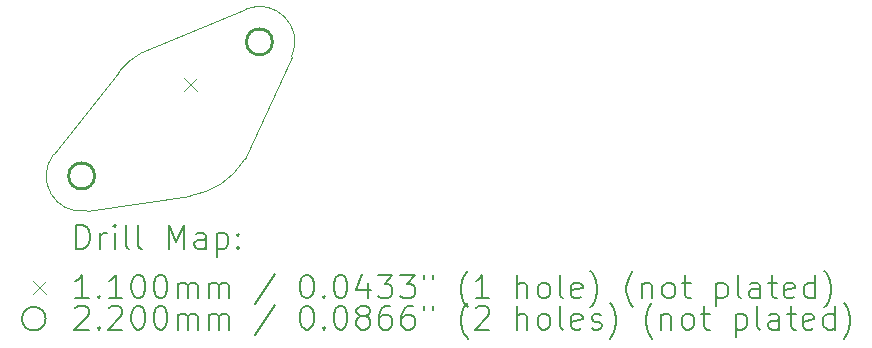
<source format=gbr>
%TF.GenerationSoftware,KiCad,Pcbnew,7.0.5*%
%TF.CreationDate,2023-06-18T14:42:30+02:00*%
%TF.ProjectId,RH_RKJXM1015004_FacePlateTilted,52485f52-4b4a-4584-9d31-303135303034,rev?*%
%TF.SameCoordinates,Original*%
%TF.FileFunction,Drillmap*%
%TF.FilePolarity,Positive*%
%FSLAX45Y45*%
G04 Gerber Fmt 4.5, Leading zero omitted, Abs format (unit mm)*
G04 Created by KiCad (PCBNEW 7.0.5) date 2023-06-18 14:42:30*
%MOMM*%
%LPD*%
G01*
G04 APERTURE LIST*
%ADD10C,0.100000*%
%ADD11C,0.200000*%
%ADD12C,0.110000*%
%ADD13C,0.220000*%
G04 APERTURE END LIST*
D10*
X5294813Y-6342900D02*
G75*
G03*
X5756987Y-6035007I-94753J643060D01*
G01*
X5767662Y-4762669D02*
X4889923Y-5128602D01*
X4142173Y-5988571D02*
G75*
G03*
X4421070Y-6471635I235167J-186269D01*
G01*
X6155834Y-5164534D02*
G75*
G03*
X5767662Y-4762669I-272735J124964D01*
G01*
X4889923Y-5128600D02*
G75*
G03*
X4690535Y-5296256I310147J-571240D01*
G01*
X6155836Y-5164535D02*
X5756987Y-6035007D01*
X4142172Y-5988570D02*
X4690535Y-5296256D01*
X4421070Y-6471635D02*
X5294813Y-6342897D01*
D11*
D12*
X5245000Y-5345000D02*
X5355000Y-5455000D01*
X5355000Y-5345000D02*
X5245000Y-5455000D01*
D13*
X4487276Y-6175000D02*
G75*
G03*
X4487276Y-6175000I-110000J0D01*
G01*
X5993100Y-5039570D02*
G75*
G03*
X5993100Y-5039570I-110000J0D01*
G01*
D11*
X4333117Y-6791323D02*
X4333117Y-6591323D01*
X4333117Y-6591323D02*
X4380736Y-6591323D01*
X4380736Y-6591323D02*
X4409308Y-6600847D01*
X4409308Y-6600847D02*
X4428355Y-6619895D01*
X4428355Y-6619895D02*
X4437879Y-6638942D01*
X4437879Y-6638942D02*
X4447403Y-6677037D01*
X4447403Y-6677037D02*
X4447403Y-6705609D01*
X4447403Y-6705609D02*
X4437879Y-6743704D01*
X4437879Y-6743704D02*
X4428355Y-6762752D01*
X4428355Y-6762752D02*
X4409308Y-6781799D01*
X4409308Y-6781799D02*
X4380736Y-6791323D01*
X4380736Y-6791323D02*
X4333117Y-6791323D01*
X4533117Y-6791323D02*
X4533117Y-6657990D01*
X4533117Y-6696085D02*
X4542641Y-6677037D01*
X4542641Y-6677037D02*
X4552165Y-6667514D01*
X4552165Y-6667514D02*
X4571213Y-6657990D01*
X4571213Y-6657990D02*
X4590260Y-6657990D01*
X4656927Y-6791323D02*
X4656927Y-6657990D01*
X4656927Y-6591323D02*
X4647403Y-6600847D01*
X4647403Y-6600847D02*
X4656927Y-6610371D01*
X4656927Y-6610371D02*
X4666451Y-6600847D01*
X4666451Y-6600847D02*
X4656927Y-6591323D01*
X4656927Y-6591323D02*
X4656927Y-6610371D01*
X4780736Y-6791323D02*
X4761689Y-6781799D01*
X4761689Y-6781799D02*
X4752165Y-6762752D01*
X4752165Y-6762752D02*
X4752165Y-6591323D01*
X4885498Y-6791323D02*
X4866451Y-6781799D01*
X4866451Y-6781799D02*
X4856927Y-6762752D01*
X4856927Y-6762752D02*
X4856927Y-6591323D01*
X5114070Y-6791323D02*
X5114070Y-6591323D01*
X5114070Y-6591323D02*
X5180736Y-6734180D01*
X5180736Y-6734180D02*
X5247403Y-6591323D01*
X5247403Y-6591323D02*
X5247403Y-6791323D01*
X5428355Y-6791323D02*
X5428355Y-6686561D01*
X5428355Y-6686561D02*
X5418832Y-6667514D01*
X5418832Y-6667514D02*
X5399784Y-6657990D01*
X5399784Y-6657990D02*
X5361689Y-6657990D01*
X5361689Y-6657990D02*
X5342641Y-6667514D01*
X5428355Y-6781799D02*
X5409308Y-6791323D01*
X5409308Y-6791323D02*
X5361689Y-6791323D01*
X5361689Y-6791323D02*
X5342641Y-6781799D01*
X5342641Y-6781799D02*
X5333117Y-6762752D01*
X5333117Y-6762752D02*
X5333117Y-6743704D01*
X5333117Y-6743704D02*
X5342641Y-6724657D01*
X5342641Y-6724657D02*
X5361689Y-6715133D01*
X5361689Y-6715133D02*
X5409308Y-6715133D01*
X5409308Y-6715133D02*
X5428355Y-6705609D01*
X5523594Y-6657990D02*
X5523594Y-6857990D01*
X5523594Y-6667514D02*
X5542641Y-6657990D01*
X5542641Y-6657990D02*
X5580736Y-6657990D01*
X5580736Y-6657990D02*
X5599784Y-6667514D01*
X5599784Y-6667514D02*
X5609308Y-6677037D01*
X5609308Y-6677037D02*
X5618832Y-6696085D01*
X5618832Y-6696085D02*
X5618832Y-6753228D01*
X5618832Y-6753228D02*
X5609308Y-6772276D01*
X5609308Y-6772276D02*
X5599784Y-6781799D01*
X5599784Y-6781799D02*
X5580736Y-6791323D01*
X5580736Y-6791323D02*
X5542641Y-6791323D01*
X5542641Y-6791323D02*
X5523594Y-6781799D01*
X5704546Y-6772276D02*
X5714070Y-6781799D01*
X5714070Y-6781799D02*
X5704546Y-6791323D01*
X5704546Y-6791323D02*
X5695022Y-6781799D01*
X5695022Y-6781799D02*
X5704546Y-6772276D01*
X5704546Y-6772276D02*
X5704546Y-6791323D01*
X5704546Y-6667514D02*
X5714070Y-6677037D01*
X5714070Y-6677037D02*
X5704546Y-6686561D01*
X5704546Y-6686561D02*
X5695022Y-6677037D01*
X5695022Y-6677037D02*
X5704546Y-6667514D01*
X5704546Y-6667514D02*
X5704546Y-6686561D01*
D12*
X3962340Y-7064839D02*
X4072340Y-7174839D01*
X4072340Y-7064839D02*
X3962340Y-7174839D01*
D11*
X4437879Y-7211323D02*
X4323594Y-7211323D01*
X4380736Y-7211323D02*
X4380736Y-7011323D01*
X4380736Y-7011323D02*
X4361689Y-7039895D01*
X4361689Y-7039895D02*
X4342641Y-7058942D01*
X4342641Y-7058942D02*
X4323594Y-7068466D01*
X4523594Y-7192276D02*
X4533117Y-7201799D01*
X4533117Y-7201799D02*
X4523594Y-7211323D01*
X4523594Y-7211323D02*
X4514070Y-7201799D01*
X4514070Y-7201799D02*
X4523594Y-7192276D01*
X4523594Y-7192276D02*
X4523594Y-7211323D01*
X4723594Y-7211323D02*
X4609308Y-7211323D01*
X4666451Y-7211323D02*
X4666451Y-7011323D01*
X4666451Y-7011323D02*
X4647403Y-7039895D01*
X4647403Y-7039895D02*
X4628355Y-7058942D01*
X4628355Y-7058942D02*
X4609308Y-7068466D01*
X4847403Y-7011323D02*
X4866451Y-7011323D01*
X4866451Y-7011323D02*
X4885498Y-7020847D01*
X4885498Y-7020847D02*
X4895022Y-7030371D01*
X4895022Y-7030371D02*
X4904546Y-7049418D01*
X4904546Y-7049418D02*
X4914070Y-7087514D01*
X4914070Y-7087514D02*
X4914070Y-7135133D01*
X4914070Y-7135133D02*
X4904546Y-7173228D01*
X4904546Y-7173228D02*
X4895022Y-7192276D01*
X4895022Y-7192276D02*
X4885498Y-7201799D01*
X4885498Y-7201799D02*
X4866451Y-7211323D01*
X4866451Y-7211323D02*
X4847403Y-7211323D01*
X4847403Y-7211323D02*
X4828355Y-7201799D01*
X4828355Y-7201799D02*
X4818832Y-7192276D01*
X4818832Y-7192276D02*
X4809308Y-7173228D01*
X4809308Y-7173228D02*
X4799784Y-7135133D01*
X4799784Y-7135133D02*
X4799784Y-7087514D01*
X4799784Y-7087514D02*
X4809308Y-7049418D01*
X4809308Y-7049418D02*
X4818832Y-7030371D01*
X4818832Y-7030371D02*
X4828355Y-7020847D01*
X4828355Y-7020847D02*
X4847403Y-7011323D01*
X5037879Y-7011323D02*
X5056927Y-7011323D01*
X5056927Y-7011323D02*
X5075975Y-7020847D01*
X5075975Y-7020847D02*
X5085498Y-7030371D01*
X5085498Y-7030371D02*
X5095022Y-7049418D01*
X5095022Y-7049418D02*
X5104546Y-7087514D01*
X5104546Y-7087514D02*
X5104546Y-7135133D01*
X5104546Y-7135133D02*
X5095022Y-7173228D01*
X5095022Y-7173228D02*
X5085498Y-7192276D01*
X5085498Y-7192276D02*
X5075975Y-7201799D01*
X5075975Y-7201799D02*
X5056927Y-7211323D01*
X5056927Y-7211323D02*
X5037879Y-7211323D01*
X5037879Y-7211323D02*
X5018832Y-7201799D01*
X5018832Y-7201799D02*
X5009308Y-7192276D01*
X5009308Y-7192276D02*
X4999784Y-7173228D01*
X4999784Y-7173228D02*
X4990260Y-7135133D01*
X4990260Y-7135133D02*
X4990260Y-7087514D01*
X4990260Y-7087514D02*
X4999784Y-7049418D01*
X4999784Y-7049418D02*
X5009308Y-7030371D01*
X5009308Y-7030371D02*
X5018832Y-7020847D01*
X5018832Y-7020847D02*
X5037879Y-7011323D01*
X5190260Y-7211323D02*
X5190260Y-7077990D01*
X5190260Y-7097037D02*
X5199784Y-7087514D01*
X5199784Y-7087514D02*
X5218832Y-7077990D01*
X5218832Y-7077990D02*
X5247403Y-7077990D01*
X5247403Y-7077990D02*
X5266451Y-7087514D01*
X5266451Y-7087514D02*
X5275975Y-7106561D01*
X5275975Y-7106561D02*
X5275975Y-7211323D01*
X5275975Y-7106561D02*
X5285498Y-7087514D01*
X5285498Y-7087514D02*
X5304546Y-7077990D01*
X5304546Y-7077990D02*
X5333117Y-7077990D01*
X5333117Y-7077990D02*
X5352165Y-7087514D01*
X5352165Y-7087514D02*
X5361689Y-7106561D01*
X5361689Y-7106561D02*
X5361689Y-7211323D01*
X5456927Y-7211323D02*
X5456927Y-7077990D01*
X5456927Y-7097037D02*
X5466451Y-7087514D01*
X5466451Y-7087514D02*
X5485498Y-7077990D01*
X5485498Y-7077990D02*
X5514070Y-7077990D01*
X5514070Y-7077990D02*
X5533117Y-7087514D01*
X5533117Y-7087514D02*
X5542641Y-7106561D01*
X5542641Y-7106561D02*
X5542641Y-7211323D01*
X5542641Y-7106561D02*
X5552165Y-7087514D01*
X5552165Y-7087514D02*
X5571213Y-7077990D01*
X5571213Y-7077990D02*
X5599784Y-7077990D01*
X5599784Y-7077990D02*
X5618832Y-7087514D01*
X5618832Y-7087514D02*
X5628355Y-7106561D01*
X5628355Y-7106561D02*
X5628355Y-7211323D01*
X6018832Y-7001799D02*
X5847403Y-7258942D01*
X6275975Y-7011323D02*
X6295022Y-7011323D01*
X6295022Y-7011323D02*
X6314070Y-7020847D01*
X6314070Y-7020847D02*
X6323594Y-7030371D01*
X6323594Y-7030371D02*
X6333117Y-7049418D01*
X6333117Y-7049418D02*
X6342641Y-7087514D01*
X6342641Y-7087514D02*
X6342641Y-7135133D01*
X6342641Y-7135133D02*
X6333117Y-7173228D01*
X6333117Y-7173228D02*
X6323594Y-7192276D01*
X6323594Y-7192276D02*
X6314070Y-7201799D01*
X6314070Y-7201799D02*
X6295022Y-7211323D01*
X6295022Y-7211323D02*
X6275975Y-7211323D01*
X6275975Y-7211323D02*
X6256927Y-7201799D01*
X6256927Y-7201799D02*
X6247403Y-7192276D01*
X6247403Y-7192276D02*
X6237879Y-7173228D01*
X6237879Y-7173228D02*
X6228356Y-7135133D01*
X6228356Y-7135133D02*
X6228356Y-7087514D01*
X6228356Y-7087514D02*
X6237879Y-7049418D01*
X6237879Y-7049418D02*
X6247403Y-7030371D01*
X6247403Y-7030371D02*
X6256927Y-7020847D01*
X6256927Y-7020847D02*
X6275975Y-7011323D01*
X6428356Y-7192276D02*
X6437879Y-7201799D01*
X6437879Y-7201799D02*
X6428356Y-7211323D01*
X6428356Y-7211323D02*
X6418832Y-7201799D01*
X6418832Y-7201799D02*
X6428356Y-7192276D01*
X6428356Y-7192276D02*
X6428356Y-7211323D01*
X6561689Y-7011323D02*
X6580737Y-7011323D01*
X6580737Y-7011323D02*
X6599784Y-7020847D01*
X6599784Y-7020847D02*
X6609308Y-7030371D01*
X6609308Y-7030371D02*
X6618832Y-7049418D01*
X6618832Y-7049418D02*
X6628356Y-7087514D01*
X6628356Y-7087514D02*
X6628356Y-7135133D01*
X6628356Y-7135133D02*
X6618832Y-7173228D01*
X6618832Y-7173228D02*
X6609308Y-7192276D01*
X6609308Y-7192276D02*
X6599784Y-7201799D01*
X6599784Y-7201799D02*
X6580737Y-7211323D01*
X6580737Y-7211323D02*
X6561689Y-7211323D01*
X6561689Y-7211323D02*
X6542641Y-7201799D01*
X6542641Y-7201799D02*
X6533117Y-7192276D01*
X6533117Y-7192276D02*
X6523594Y-7173228D01*
X6523594Y-7173228D02*
X6514070Y-7135133D01*
X6514070Y-7135133D02*
X6514070Y-7087514D01*
X6514070Y-7087514D02*
X6523594Y-7049418D01*
X6523594Y-7049418D02*
X6533117Y-7030371D01*
X6533117Y-7030371D02*
X6542641Y-7020847D01*
X6542641Y-7020847D02*
X6561689Y-7011323D01*
X6799784Y-7077990D02*
X6799784Y-7211323D01*
X6752165Y-7001799D02*
X6704546Y-7144657D01*
X6704546Y-7144657D02*
X6828356Y-7144657D01*
X6885498Y-7011323D02*
X7009308Y-7011323D01*
X7009308Y-7011323D02*
X6942641Y-7087514D01*
X6942641Y-7087514D02*
X6971213Y-7087514D01*
X6971213Y-7087514D02*
X6990260Y-7097037D01*
X6990260Y-7097037D02*
X6999784Y-7106561D01*
X6999784Y-7106561D02*
X7009308Y-7125609D01*
X7009308Y-7125609D02*
X7009308Y-7173228D01*
X7009308Y-7173228D02*
X6999784Y-7192276D01*
X6999784Y-7192276D02*
X6990260Y-7201799D01*
X6990260Y-7201799D02*
X6971213Y-7211323D01*
X6971213Y-7211323D02*
X6914070Y-7211323D01*
X6914070Y-7211323D02*
X6895022Y-7201799D01*
X6895022Y-7201799D02*
X6885498Y-7192276D01*
X7075975Y-7011323D02*
X7199784Y-7011323D01*
X7199784Y-7011323D02*
X7133117Y-7087514D01*
X7133117Y-7087514D02*
X7161689Y-7087514D01*
X7161689Y-7087514D02*
X7180737Y-7097037D01*
X7180737Y-7097037D02*
X7190260Y-7106561D01*
X7190260Y-7106561D02*
X7199784Y-7125609D01*
X7199784Y-7125609D02*
X7199784Y-7173228D01*
X7199784Y-7173228D02*
X7190260Y-7192276D01*
X7190260Y-7192276D02*
X7180737Y-7201799D01*
X7180737Y-7201799D02*
X7161689Y-7211323D01*
X7161689Y-7211323D02*
X7104546Y-7211323D01*
X7104546Y-7211323D02*
X7085498Y-7201799D01*
X7085498Y-7201799D02*
X7075975Y-7192276D01*
X7275975Y-7011323D02*
X7275975Y-7049418D01*
X7352165Y-7011323D02*
X7352165Y-7049418D01*
X7647403Y-7287514D02*
X7637879Y-7277990D01*
X7637879Y-7277990D02*
X7618832Y-7249418D01*
X7618832Y-7249418D02*
X7609308Y-7230371D01*
X7609308Y-7230371D02*
X7599784Y-7201799D01*
X7599784Y-7201799D02*
X7590260Y-7154180D01*
X7590260Y-7154180D02*
X7590260Y-7116085D01*
X7590260Y-7116085D02*
X7599784Y-7068466D01*
X7599784Y-7068466D02*
X7609308Y-7039895D01*
X7609308Y-7039895D02*
X7618832Y-7020847D01*
X7618832Y-7020847D02*
X7637879Y-6992276D01*
X7637879Y-6992276D02*
X7647403Y-6982752D01*
X7828356Y-7211323D02*
X7714070Y-7211323D01*
X7771213Y-7211323D02*
X7771213Y-7011323D01*
X7771213Y-7011323D02*
X7752165Y-7039895D01*
X7752165Y-7039895D02*
X7733118Y-7058942D01*
X7733118Y-7058942D02*
X7714070Y-7068466D01*
X8066451Y-7211323D02*
X8066451Y-7011323D01*
X8152165Y-7211323D02*
X8152165Y-7106561D01*
X8152165Y-7106561D02*
X8142641Y-7087514D01*
X8142641Y-7087514D02*
X8123594Y-7077990D01*
X8123594Y-7077990D02*
X8095022Y-7077990D01*
X8095022Y-7077990D02*
X8075975Y-7087514D01*
X8075975Y-7087514D02*
X8066451Y-7097037D01*
X8275975Y-7211323D02*
X8256927Y-7201799D01*
X8256927Y-7201799D02*
X8247403Y-7192276D01*
X8247403Y-7192276D02*
X8237880Y-7173228D01*
X8237880Y-7173228D02*
X8237880Y-7116085D01*
X8237880Y-7116085D02*
X8247403Y-7097037D01*
X8247403Y-7097037D02*
X8256927Y-7087514D01*
X8256927Y-7087514D02*
X8275975Y-7077990D01*
X8275975Y-7077990D02*
X8304546Y-7077990D01*
X8304546Y-7077990D02*
X8323594Y-7087514D01*
X8323594Y-7087514D02*
X8333118Y-7097037D01*
X8333118Y-7097037D02*
X8342641Y-7116085D01*
X8342641Y-7116085D02*
X8342641Y-7173228D01*
X8342641Y-7173228D02*
X8333118Y-7192276D01*
X8333118Y-7192276D02*
X8323594Y-7201799D01*
X8323594Y-7201799D02*
X8304546Y-7211323D01*
X8304546Y-7211323D02*
X8275975Y-7211323D01*
X8456927Y-7211323D02*
X8437880Y-7201799D01*
X8437880Y-7201799D02*
X8428356Y-7182752D01*
X8428356Y-7182752D02*
X8428356Y-7011323D01*
X8609308Y-7201799D02*
X8590261Y-7211323D01*
X8590261Y-7211323D02*
X8552165Y-7211323D01*
X8552165Y-7211323D02*
X8533118Y-7201799D01*
X8533118Y-7201799D02*
X8523594Y-7182752D01*
X8523594Y-7182752D02*
X8523594Y-7106561D01*
X8523594Y-7106561D02*
X8533118Y-7087514D01*
X8533118Y-7087514D02*
X8552165Y-7077990D01*
X8552165Y-7077990D02*
X8590261Y-7077990D01*
X8590261Y-7077990D02*
X8609308Y-7087514D01*
X8609308Y-7087514D02*
X8618832Y-7106561D01*
X8618832Y-7106561D02*
X8618832Y-7125609D01*
X8618832Y-7125609D02*
X8523594Y-7144657D01*
X8685499Y-7287514D02*
X8695023Y-7277990D01*
X8695023Y-7277990D02*
X8714070Y-7249418D01*
X8714070Y-7249418D02*
X8723594Y-7230371D01*
X8723594Y-7230371D02*
X8733118Y-7201799D01*
X8733118Y-7201799D02*
X8742642Y-7154180D01*
X8742642Y-7154180D02*
X8742642Y-7116085D01*
X8742642Y-7116085D02*
X8733118Y-7068466D01*
X8733118Y-7068466D02*
X8723594Y-7039895D01*
X8723594Y-7039895D02*
X8714070Y-7020847D01*
X8714070Y-7020847D02*
X8695023Y-6992276D01*
X8695023Y-6992276D02*
X8685499Y-6982752D01*
X9047404Y-7287514D02*
X9037880Y-7277990D01*
X9037880Y-7277990D02*
X9018832Y-7249418D01*
X9018832Y-7249418D02*
X9009308Y-7230371D01*
X9009308Y-7230371D02*
X8999784Y-7201799D01*
X8999784Y-7201799D02*
X8990261Y-7154180D01*
X8990261Y-7154180D02*
X8990261Y-7116085D01*
X8990261Y-7116085D02*
X8999784Y-7068466D01*
X8999784Y-7068466D02*
X9009308Y-7039895D01*
X9009308Y-7039895D02*
X9018832Y-7020847D01*
X9018832Y-7020847D02*
X9037880Y-6992276D01*
X9037880Y-6992276D02*
X9047404Y-6982752D01*
X9123594Y-7077990D02*
X9123594Y-7211323D01*
X9123594Y-7097037D02*
X9133118Y-7087514D01*
X9133118Y-7087514D02*
X9152165Y-7077990D01*
X9152165Y-7077990D02*
X9180737Y-7077990D01*
X9180737Y-7077990D02*
X9199784Y-7087514D01*
X9199784Y-7087514D02*
X9209308Y-7106561D01*
X9209308Y-7106561D02*
X9209308Y-7211323D01*
X9333118Y-7211323D02*
X9314070Y-7201799D01*
X9314070Y-7201799D02*
X9304546Y-7192276D01*
X9304546Y-7192276D02*
X9295023Y-7173228D01*
X9295023Y-7173228D02*
X9295023Y-7116085D01*
X9295023Y-7116085D02*
X9304546Y-7097037D01*
X9304546Y-7097037D02*
X9314070Y-7087514D01*
X9314070Y-7087514D02*
X9333118Y-7077990D01*
X9333118Y-7077990D02*
X9361689Y-7077990D01*
X9361689Y-7077990D02*
X9380737Y-7087514D01*
X9380737Y-7087514D02*
X9390261Y-7097037D01*
X9390261Y-7097037D02*
X9399784Y-7116085D01*
X9399784Y-7116085D02*
X9399784Y-7173228D01*
X9399784Y-7173228D02*
X9390261Y-7192276D01*
X9390261Y-7192276D02*
X9380737Y-7201799D01*
X9380737Y-7201799D02*
X9361689Y-7211323D01*
X9361689Y-7211323D02*
X9333118Y-7211323D01*
X9456927Y-7077990D02*
X9533118Y-7077990D01*
X9485499Y-7011323D02*
X9485499Y-7182752D01*
X9485499Y-7182752D02*
X9495023Y-7201799D01*
X9495023Y-7201799D02*
X9514070Y-7211323D01*
X9514070Y-7211323D02*
X9533118Y-7211323D01*
X9752165Y-7077990D02*
X9752165Y-7277990D01*
X9752165Y-7087514D02*
X9771213Y-7077990D01*
X9771213Y-7077990D02*
X9809308Y-7077990D01*
X9809308Y-7077990D02*
X9828356Y-7087514D01*
X9828356Y-7087514D02*
X9837880Y-7097037D01*
X9837880Y-7097037D02*
X9847404Y-7116085D01*
X9847404Y-7116085D02*
X9847404Y-7173228D01*
X9847404Y-7173228D02*
X9837880Y-7192276D01*
X9837880Y-7192276D02*
X9828356Y-7201799D01*
X9828356Y-7201799D02*
X9809308Y-7211323D01*
X9809308Y-7211323D02*
X9771213Y-7211323D01*
X9771213Y-7211323D02*
X9752165Y-7201799D01*
X9961689Y-7211323D02*
X9942642Y-7201799D01*
X9942642Y-7201799D02*
X9933118Y-7182752D01*
X9933118Y-7182752D02*
X9933118Y-7011323D01*
X10123594Y-7211323D02*
X10123594Y-7106561D01*
X10123594Y-7106561D02*
X10114070Y-7087514D01*
X10114070Y-7087514D02*
X10095023Y-7077990D01*
X10095023Y-7077990D02*
X10056927Y-7077990D01*
X10056927Y-7077990D02*
X10037880Y-7087514D01*
X10123594Y-7201799D02*
X10104546Y-7211323D01*
X10104546Y-7211323D02*
X10056927Y-7211323D01*
X10056927Y-7211323D02*
X10037880Y-7201799D01*
X10037880Y-7201799D02*
X10028356Y-7182752D01*
X10028356Y-7182752D02*
X10028356Y-7163704D01*
X10028356Y-7163704D02*
X10037880Y-7144657D01*
X10037880Y-7144657D02*
X10056927Y-7135133D01*
X10056927Y-7135133D02*
X10104546Y-7135133D01*
X10104546Y-7135133D02*
X10123594Y-7125609D01*
X10190261Y-7077990D02*
X10266451Y-7077990D01*
X10218832Y-7011323D02*
X10218832Y-7182752D01*
X10218832Y-7182752D02*
X10228356Y-7201799D01*
X10228356Y-7201799D02*
X10247404Y-7211323D01*
X10247404Y-7211323D02*
X10266451Y-7211323D01*
X10409308Y-7201799D02*
X10390261Y-7211323D01*
X10390261Y-7211323D02*
X10352165Y-7211323D01*
X10352165Y-7211323D02*
X10333118Y-7201799D01*
X10333118Y-7201799D02*
X10323594Y-7182752D01*
X10323594Y-7182752D02*
X10323594Y-7106561D01*
X10323594Y-7106561D02*
X10333118Y-7087514D01*
X10333118Y-7087514D02*
X10352165Y-7077990D01*
X10352165Y-7077990D02*
X10390261Y-7077990D01*
X10390261Y-7077990D02*
X10409308Y-7087514D01*
X10409308Y-7087514D02*
X10418832Y-7106561D01*
X10418832Y-7106561D02*
X10418832Y-7125609D01*
X10418832Y-7125609D02*
X10323594Y-7144657D01*
X10590261Y-7211323D02*
X10590261Y-7011323D01*
X10590261Y-7201799D02*
X10571213Y-7211323D01*
X10571213Y-7211323D02*
X10533118Y-7211323D01*
X10533118Y-7211323D02*
X10514070Y-7201799D01*
X10514070Y-7201799D02*
X10504546Y-7192276D01*
X10504546Y-7192276D02*
X10495023Y-7173228D01*
X10495023Y-7173228D02*
X10495023Y-7116085D01*
X10495023Y-7116085D02*
X10504546Y-7097037D01*
X10504546Y-7097037D02*
X10514070Y-7087514D01*
X10514070Y-7087514D02*
X10533118Y-7077990D01*
X10533118Y-7077990D02*
X10571213Y-7077990D01*
X10571213Y-7077990D02*
X10590261Y-7087514D01*
X10666451Y-7287514D02*
X10675975Y-7277990D01*
X10675975Y-7277990D02*
X10695023Y-7249418D01*
X10695023Y-7249418D02*
X10704546Y-7230371D01*
X10704546Y-7230371D02*
X10714070Y-7201799D01*
X10714070Y-7201799D02*
X10723594Y-7154180D01*
X10723594Y-7154180D02*
X10723594Y-7116085D01*
X10723594Y-7116085D02*
X10714070Y-7068466D01*
X10714070Y-7068466D02*
X10704546Y-7039895D01*
X10704546Y-7039895D02*
X10695023Y-7020847D01*
X10695023Y-7020847D02*
X10675975Y-6992276D01*
X10675975Y-6992276D02*
X10666451Y-6982752D01*
X4072340Y-7383839D02*
G75*
G03*
X4072340Y-7383839I-100000J0D01*
G01*
X4323594Y-7294371D02*
X4333117Y-7284847D01*
X4333117Y-7284847D02*
X4352165Y-7275323D01*
X4352165Y-7275323D02*
X4399784Y-7275323D01*
X4399784Y-7275323D02*
X4418832Y-7284847D01*
X4418832Y-7284847D02*
X4428355Y-7294371D01*
X4428355Y-7294371D02*
X4437879Y-7313418D01*
X4437879Y-7313418D02*
X4437879Y-7332466D01*
X4437879Y-7332466D02*
X4428355Y-7361037D01*
X4428355Y-7361037D02*
X4314070Y-7475323D01*
X4314070Y-7475323D02*
X4437879Y-7475323D01*
X4523594Y-7456276D02*
X4533117Y-7465799D01*
X4533117Y-7465799D02*
X4523594Y-7475323D01*
X4523594Y-7475323D02*
X4514070Y-7465799D01*
X4514070Y-7465799D02*
X4523594Y-7456276D01*
X4523594Y-7456276D02*
X4523594Y-7475323D01*
X4609308Y-7294371D02*
X4618832Y-7284847D01*
X4618832Y-7284847D02*
X4637879Y-7275323D01*
X4637879Y-7275323D02*
X4685498Y-7275323D01*
X4685498Y-7275323D02*
X4704546Y-7284847D01*
X4704546Y-7284847D02*
X4714070Y-7294371D01*
X4714070Y-7294371D02*
X4723594Y-7313418D01*
X4723594Y-7313418D02*
X4723594Y-7332466D01*
X4723594Y-7332466D02*
X4714070Y-7361037D01*
X4714070Y-7361037D02*
X4599784Y-7475323D01*
X4599784Y-7475323D02*
X4723594Y-7475323D01*
X4847403Y-7275323D02*
X4866451Y-7275323D01*
X4866451Y-7275323D02*
X4885498Y-7284847D01*
X4885498Y-7284847D02*
X4895022Y-7294371D01*
X4895022Y-7294371D02*
X4904546Y-7313418D01*
X4904546Y-7313418D02*
X4914070Y-7351514D01*
X4914070Y-7351514D02*
X4914070Y-7399133D01*
X4914070Y-7399133D02*
X4904546Y-7437228D01*
X4904546Y-7437228D02*
X4895022Y-7456276D01*
X4895022Y-7456276D02*
X4885498Y-7465799D01*
X4885498Y-7465799D02*
X4866451Y-7475323D01*
X4866451Y-7475323D02*
X4847403Y-7475323D01*
X4847403Y-7475323D02*
X4828355Y-7465799D01*
X4828355Y-7465799D02*
X4818832Y-7456276D01*
X4818832Y-7456276D02*
X4809308Y-7437228D01*
X4809308Y-7437228D02*
X4799784Y-7399133D01*
X4799784Y-7399133D02*
X4799784Y-7351514D01*
X4799784Y-7351514D02*
X4809308Y-7313418D01*
X4809308Y-7313418D02*
X4818832Y-7294371D01*
X4818832Y-7294371D02*
X4828355Y-7284847D01*
X4828355Y-7284847D02*
X4847403Y-7275323D01*
X5037879Y-7275323D02*
X5056927Y-7275323D01*
X5056927Y-7275323D02*
X5075975Y-7284847D01*
X5075975Y-7284847D02*
X5085498Y-7294371D01*
X5085498Y-7294371D02*
X5095022Y-7313418D01*
X5095022Y-7313418D02*
X5104546Y-7351514D01*
X5104546Y-7351514D02*
X5104546Y-7399133D01*
X5104546Y-7399133D02*
X5095022Y-7437228D01*
X5095022Y-7437228D02*
X5085498Y-7456276D01*
X5085498Y-7456276D02*
X5075975Y-7465799D01*
X5075975Y-7465799D02*
X5056927Y-7475323D01*
X5056927Y-7475323D02*
X5037879Y-7475323D01*
X5037879Y-7475323D02*
X5018832Y-7465799D01*
X5018832Y-7465799D02*
X5009308Y-7456276D01*
X5009308Y-7456276D02*
X4999784Y-7437228D01*
X4999784Y-7437228D02*
X4990260Y-7399133D01*
X4990260Y-7399133D02*
X4990260Y-7351514D01*
X4990260Y-7351514D02*
X4999784Y-7313418D01*
X4999784Y-7313418D02*
X5009308Y-7294371D01*
X5009308Y-7294371D02*
X5018832Y-7284847D01*
X5018832Y-7284847D02*
X5037879Y-7275323D01*
X5190260Y-7475323D02*
X5190260Y-7341990D01*
X5190260Y-7361037D02*
X5199784Y-7351514D01*
X5199784Y-7351514D02*
X5218832Y-7341990D01*
X5218832Y-7341990D02*
X5247403Y-7341990D01*
X5247403Y-7341990D02*
X5266451Y-7351514D01*
X5266451Y-7351514D02*
X5275975Y-7370561D01*
X5275975Y-7370561D02*
X5275975Y-7475323D01*
X5275975Y-7370561D02*
X5285498Y-7351514D01*
X5285498Y-7351514D02*
X5304546Y-7341990D01*
X5304546Y-7341990D02*
X5333117Y-7341990D01*
X5333117Y-7341990D02*
X5352165Y-7351514D01*
X5352165Y-7351514D02*
X5361689Y-7370561D01*
X5361689Y-7370561D02*
X5361689Y-7475323D01*
X5456927Y-7475323D02*
X5456927Y-7341990D01*
X5456927Y-7361037D02*
X5466451Y-7351514D01*
X5466451Y-7351514D02*
X5485498Y-7341990D01*
X5485498Y-7341990D02*
X5514070Y-7341990D01*
X5514070Y-7341990D02*
X5533117Y-7351514D01*
X5533117Y-7351514D02*
X5542641Y-7370561D01*
X5542641Y-7370561D02*
X5542641Y-7475323D01*
X5542641Y-7370561D02*
X5552165Y-7351514D01*
X5552165Y-7351514D02*
X5571213Y-7341990D01*
X5571213Y-7341990D02*
X5599784Y-7341990D01*
X5599784Y-7341990D02*
X5618832Y-7351514D01*
X5618832Y-7351514D02*
X5628355Y-7370561D01*
X5628355Y-7370561D02*
X5628355Y-7475323D01*
X6018832Y-7265799D02*
X5847403Y-7522942D01*
X6275975Y-7275323D02*
X6295022Y-7275323D01*
X6295022Y-7275323D02*
X6314070Y-7284847D01*
X6314070Y-7284847D02*
X6323594Y-7294371D01*
X6323594Y-7294371D02*
X6333117Y-7313418D01*
X6333117Y-7313418D02*
X6342641Y-7351514D01*
X6342641Y-7351514D02*
X6342641Y-7399133D01*
X6342641Y-7399133D02*
X6333117Y-7437228D01*
X6333117Y-7437228D02*
X6323594Y-7456276D01*
X6323594Y-7456276D02*
X6314070Y-7465799D01*
X6314070Y-7465799D02*
X6295022Y-7475323D01*
X6295022Y-7475323D02*
X6275975Y-7475323D01*
X6275975Y-7475323D02*
X6256927Y-7465799D01*
X6256927Y-7465799D02*
X6247403Y-7456276D01*
X6247403Y-7456276D02*
X6237879Y-7437228D01*
X6237879Y-7437228D02*
X6228356Y-7399133D01*
X6228356Y-7399133D02*
X6228356Y-7351514D01*
X6228356Y-7351514D02*
X6237879Y-7313418D01*
X6237879Y-7313418D02*
X6247403Y-7294371D01*
X6247403Y-7294371D02*
X6256927Y-7284847D01*
X6256927Y-7284847D02*
X6275975Y-7275323D01*
X6428356Y-7456276D02*
X6437879Y-7465799D01*
X6437879Y-7465799D02*
X6428356Y-7475323D01*
X6428356Y-7475323D02*
X6418832Y-7465799D01*
X6418832Y-7465799D02*
X6428356Y-7456276D01*
X6428356Y-7456276D02*
X6428356Y-7475323D01*
X6561689Y-7275323D02*
X6580737Y-7275323D01*
X6580737Y-7275323D02*
X6599784Y-7284847D01*
X6599784Y-7284847D02*
X6609308Y-7294371D01*
X6609308Y-7294371D02*
X6618832Y-7313418D01*
X6618832Y-7313418D02*
X6628356Y-7351514D01*
X6628356Y-7351514D02*
X6628356Y-7399133D01*
X6628356Y-7399133D02*
X6618832Y-7437228D01*
X6618832Y-7437228D02*
X6609308Y-7456276D01*
X6609308Y-7456276D02*
X6599784Y-7465799D01*
X6599784Y-7465799D02*
X6580737Y-7475323D01*
X6580737Y-7475323D02*
X6561689Y-7475323D01*
X6561689Y-7475323D02*
X6542641Y-7465799D01*
X6542641Y-7465799D02*
X6533117Y-7456276D01*
X6533117Y-7456276D02*
X6523594Y-7437228D01*
X6523594Y-7437228D02*
X6514070Y-7399133D01*
X6514070Y-7399133D02*
X6514070Y-7351514D01*
X6514070Y-7351514D02*
X6523594Y-7313418D01*
X6523594Y-7313418D02*
X6533117Y-7294371D01*
X6533117Y-7294371D02*
X6542641Y-7284847D01*
X6542641Y-7284847D02*
X6561689Y-7275323D01*
X6742641Y-7361037D02*
X6723594Y-7351514D01*
X6723594Y-7351514D02*
X6714070Y-7341990D01*
X6714070Y-7341990D02*
X6704546Y-7322942D01*
X6704546Y-7322942D02*
X6704546Y-7313418D01*
X6704546Y-7313418D02*
X6714070Y-7294371D01*
X6714070Y-7294371D02*
X6723594Y-7284847D01*
X6723594Y-7284847D02*
X6742641Y-7275323D01*
X6742641Y-7275323D02*
X6780737Y-7275323D01*
X6780737Y-7275323D02*
X6799784Y-7284847D01*
X6799784Y-7284847D02*
X6809308Y-7294371D01*
X6809308Y-7294371D02*
X6818832Y-7313418D01*
X6818832Y-7313418D02*
X6818832Y-7322942D01*
X6818832Y-7322942D02*
X6809308Y-7341990D01*
X6809308Y-7341990D02*
X6799784Y-7351514D01*
X6799784Y-7351514D02*
X6780737Y-7361037D01*
X6780737Y-7361037D02*
X6742641Y-7361037D01*
X6742641Y-7361037D02*
X6723594Y-7370561D01*
X6723594Y-7370561D02*
X6714070Y-7380085D01*
X6714070Y-7380085D02*
X6704546Y-7399133D01*
X6704546Y-7399133D02*
X6704546Y-7437228D01*
X6704546Y-7437228D02*
X6714070Y-7456276D01*
X6714070Y-7456276D02*
X6723594Y-7465799D01*
X6723594Y-7465799D02*
X6742641Y-7475323D01*
X6742641Y-7475323D02*
X6780737Y-7475323D01*
X6780737Y-7475323D02*
X6799784Y-7465799D01*
X6799784Y-7465799D02*
X6809308Y-7456276D01*
X6809308Y-7456276D02*
X6818832Y-7437228D01*
X6818832Y-7437228D02*
X6818832Y-7399133D01*
X6818832Y-7399133D02*
X6809308Y-7380085D01*
X6809308Y-7380085D02*
X6799784Y-7370561D01*
X6799784Y-7370561D02*
X6780737Y-7361037D01*
X6990260Y-7275323D02*
X6952165Y-7275323D01*
X6952165Y-7275323D02*
X6933117Y-7284847D01*
X6933117Y-7284847D02*
X6923594Y-7294371D01*
X6923594Y-7294371D02*
X6904546Y-7322942D01*
X6904546Y-7322942D02*
X6895022Y-7361037D01*
X6895022Y-7361037D02*
X6895022Y-7437228D01*
X6895022Y-7437228D02*
X6904546Y-7456276D01*
X6904546Y-7456276D02*
X6914070Y-7465799D01*
X6914070Y-7465799D02*
X6933117Y-7475323D01*
X6933117Y-7475323D02*
X6971213Y-7475323D01*
X6971213Y-7475323D02*
X6990260Y-7465799D01*
X6990260Y-7465799D02*
X6999784Y-7456276D01*
X6999784Y-7456276D02*
X7009308Y-7437228D01*
X7009308Y-7437228D02*
X7009308Y-7389609D01*
X7009308Y-7389609D02*
X6999784Y-7370561D01*
X6999784Y-7370561D02*
X6990260Y-7361037D01*
X6990260Y-7361037D02*
X6971213Y-7351514D01*
X6971213Y-7351514D02*
X6933117Y-7351514D01*
X6933117Y-7351514D02*
X6914070Y-7361037D01*
X6914070Y-7361037D02*
X6904546Y-7370561D01*
X6904546Y-7370561D02*
X6895022Y-7389609D01*
X7180737Y-7275323D02*
X7142641Y-7275323D01*
X7142641Y-7275323D02*
X7123594Y-7284847D01*
X7123594Y-7284847D02*
X7114070Y-7294371D01*
X7114070Y-7294371D02*
X7095022Y-7322942D01*
X7095022Y-7322942D02*
X7085498Y-7361037D01*
X7085498Y-7361037D02*
X7085498Y-7437228D01*
X7085498Y-7437228D02*
X7095022Y-7456276D01*
X7095022Y-7456276D02*
X7104546Y-7465799D01*
X7104546Y-7465799D02*
X7123594Y-7475323D01*
X7123594Y-7475323D02*
X7161689Y-7475323D01*
X7161689Y-7475323D02*
X7180737Y-7465799D01*
X7180737Y-7465799D02*
X7190260Y-7456276D01*
X7190260Y-7456276D02*
X7199784Y-7437228D01*
X7199784Y-7437228D02*
X7199784Y-7389609D01*
X7199784Y-7389609D02*
X7190260Y-7370561D01*
X7190260Y-7370561D02*
X7180737Y-7361037D01*
X7180737Y-7361037D02*
X7161689Y-7351514D01*
X7161689Y-7351514D02*
X7123594Y-7351514D01*
X7123594Y-7351514D02*
X7104546Y-7361037D01*
X7104546Y-7361037D02*
X7095022Y-7370561D01*
X7095022Y-7370561D02*
X7085498Y-7389609D01*
X7275975Y-7275323D02*
X7275975Y-7313418D01*
X7352165Y-7275323D02*
X7352165Y-7313418D01*
X7647403Y-7551514D02*
X7637879Y-7541990D01*
X7637879Y-7541990D02*
X7618832Y-7513418D01*
X7618832Y-7513418D02*
X7609308Y-7494371D01*
X7609308Y-7494371D02*
X7599784Y-7465799D01*
X7599784Y-7465799D02*
X7590260Y-7418180D01*
X7590260Y-7418180D02*
X7590260Y-7380085D01*
X7590260Y-7380085D02*
X7599784Y-7332466D01*
X7599784Y-7332466D02*
X7609308Y-7303895D01*
X7609308Y-7303895D02*
X7618832Y-7284847D01*
X7618832Y-7284847D02*
X7637879Y-7256276D01*
X7637879Y-7256276D02*
X7647403Y-7246752D01*
X7714070Y-7294371D02*
X7723594Y-7284847D01*
X7723594Y-7284847D02*
X7742641Y-7275323D01*
X7742641Y-7275323D02*
X7790260Y-7275323D01*
X7790260Y-7275323D02*
X7809308Y-7284847D01*
X7809308Y-7284847D02*
X7818832Y-7294371D01*
X7818832Y-7294371D02*
X7828356Y-7313418D01*
X7828356Y-7313418D02*
X7828356Y-7332466D01*
X7828356Y-7332466D02*
X7818832Y-7361037D01*
X7818832Y-7361037D02*
X7704546Y-7475323D01*
X7704546Y-7475323D02*
X7828356Y-7475323D01*
X8066451Y-7475323D02*
X8066451Y-7275323D01*
X8152165Y-7475323D02*
X8152165Y-7370561D01*
X8152165Y-7370561D02*
X8142641Y-7351514D01*
X8142641Y-7351514D02*
X8123594Y-7341990D01*
X8123594Y-7341990D02*
X8095022Y-7341990D01*
X8095022Y-7341990D02*
X8075975Y-7351514D01*
X8075975Y-7351514D02*
X8066451Y-7361037D01*
X8275975Y-7475323D02*
X8256927Y-7465799D01*
X8256927Y-7465799D02*
X8247403Y-7456276D01*
X8247403Y-7456276D02*
X8237880Y-7437228D01*
X8237880Y-7437228D02*
X8237880Y-7380085D01*
X8237880Y-7380085D02*
X8247403Y-7361037D01*
X8247403Y-7361037D02*
X8256927Y-7351514D01*
X8256927Y-7351514D02*
X8275975Y-7341990D01*
X8275975Y-7341990D02*
X8304546Y-7341990D01*
X8304546Y-7341990D02*
X8323594Y-7351514D01*
X8323594Y-7351514D02*
X8333118Y-7361037D01*
X8333118Y-7361037D02*
X8342641Y-7380085D01*
X8342641Y-7380085D02*
X8342641Y-7437228D01*
X8342641Y-7437228D02*
X8333118Y-7456276D01*
X8333118Y-7456276D02*
X8323594Y-7465799D01*
X8323594Y-7465799D02*
X8304546Y-7475323D01*
X8304546Y-7475323D02*
X8275975Y-7475323D01*
X8456927Y-7475323D02*
X8437880Y-7465799D01*
X8437880Y-7465799D02*
X8428356Y-7446752D01*
X8428356Y-7446752D02*
X8428356Y-7275323D01*
X8609308Y-7465799D02*
X8590261Y-7475323D01*
X8590261Y-7475323D02*
X8552165Y-7475323D01*
X8552165Y-7475323D02*
X8533118Y-7465799D01*
X8533118Y-7465799D02*
X8523594Y-7446752D01*
X8523594Y-7446752D02*
X8523594Y-7370561D01*
X8523594Y-7370561D02*
X8533118Y-7351514D01*
X8533118Y-7351514D02*
X8552165Y-7341990D01*
X8552165Y-7341990D02*
X8590261Y-7341990D01*
X8590261Y-7341990D02*
X8609308Y-7351514D01*
X8609308Y-7351514D02*
X8618832Y-7370561D01*
X8618832Y-7370561D02*
X8618832Y-7389609D01*
X8618832Y-7389609D02*
X8523594Y-7408657D01*
X8695023Y-7465799D02*
X8714070Y-7475323D01*
X8714070Y-7475323D02*
X8752165Y-7475323D01*
X8752165Y-7475323D02*
X8771213Y-7465799D01*
X8771213Y-7465799D02*
X8780737Y-7446752D01*
X8780737Y-7446752D02*
X8780737Y-7437228D01*
X8780737Y-7437228D02*
X8771213Y-7418180D01*
X8771213Y-7418180D02*
X8752165Y-7408657D01*
X8752165Y-7408657D02*
X8723594Y-7408657D01*
X8723594Y-7408657D02*
X8704546Y-7399133D01*
X8704546Y-7399133D02*
X8695023Y-7380085D01*
X8695023Y-7380085D02*
X8695023Y-7370561D01*
X8695023Y-7370561D02*
X8704546Y-7351514D01*
X8704546Y-7351514D02*
X8723594Y-7341990D01*
X8723594Y-7341990D02*
X8752165Y-7341990D01*
X8752165Y-7341990D02*
X8771213Y-7351514D01*
X8847404Y-7551514D02*
X8856927Y-7541990D01*
X8856927Y-7541990D02*
X8875975Y-7513418D01*
X8875975Y-7513418D02*
X8885499Y-7494371D01*
X8885499Y-7494371D02*
X8895023Y-7465799D01*
X8895023Y-7465799D02*
X8904546Y-7418180D01*
X8904546Y-7418180D02*
X8904546Y-7380085D01*
X8904546Y-7380085D02*
X8895023Y-7332466D01*
X8895023Y-7332466D02*
X8885499Y-7303895D01*
X8885499Y-7303895D02*
X8875975Y-7284847D01*
X8875975Y-7284847D02*
X8856927Y-7256276D01*
X8856927Y-7256276D02*
X8847404Y-7246752D01*
X9209308Y-7551514D02*
X9199784Y-7541990D01*
X9199784Y-7541990D02*
X9180737Y-7513418D01*
X9180737Y-7513418D02*
X9171213Y-7494371D01*
X9171213Y-7494371D02*
X9161689Y-7465799D01*
X9161689Y-7465799D02*
X9152165Y-7418180D01*
X9152165Y-7418180D02*
X9152165Y-7380085D01*
X9152165Y-7380085D02*
X9161689Y-7332466D01*
X9161689Y-7332466D02*
X9171213Y-7303895D01*
X9171213Y-7303895D02*
X9180737Y-7284847D01*
X9180737Y-7284847D02*
X9199784Y-7256276D01*
X9199784Y-7256276D02*
X9209308Y-7246752D01*
X9285499Y-7341990D02*
X9285499Y-7475323D01*
X9285499Y-7361037D02*
X9295023Y-7351514D01*
X9295023Y-7351514D02*
X9314070Y-7341990D01*
X9314070Y-7341990D02*
X9342642Y-7341990D01*
X9342642Y-7341990D02*
X9361689Y-7351514D01*
X9361689Y-7351514D02*
X9371213Y-7370561D01*
X9371213Y-7370561D02*
X9371213Y-7475323D01*
X9495023Y-7475323D02*
X9475975Y-7465799D01*
X9475975Y-7465799D02*
X9466451Y-7456276D01*
X9466451Y-7456276D02*
X9456927Y-7437228D01*
X9456927Y-7437228D02*
X9456927Y-7380085D01*
X9456927Y-7380085D02*
X9466451Y-7361037D01*
X9466451Y-7361037D02*
X9475975Y-7351514D01*
X9475975Y-7351514D02*
X9495023Y-7341990D01*
X9495023Y-7341990D02*
X9523594Y-7341990D01*
X9523594Y-7341990D02*
X9542642Y-7351514D01*
X9542642Y-7351514D02*
X9552165Y-7361037D01*
X9552165Y-7361037D02*
X9561689Y-7380085D01*
X9561689Y-7380085D02*
X9561689Y-7437228D01*
X9561689Y-7437228D02*
X9552165Y-7456276D01*
X9552165Y-7456276D02*
X9542642Y-7465799D01*
X9542642Y-7465799D02*
X9523594Y-7475323D01*
X9523594Y-7475323D02*
X9495023Y-7475323D01*
X9618832Y-7341990D02*
X9695023Y-7341990D01*
X9647404Y-7275323D02*
X9647404Y-7446752D01*
X9647404Y-7446752D02*
X9656927Y-7465799D01*
X9656927Y-7465799D02*
X9675975Y-7475323D01*
X9675975Y-7475323D02*
X9695023Y-7475323D01*
X9914070Y-7341990D02*
X9914070Y-7541990D01*
X9914070Y-7351514D02*
X9933118Y-7341990D01*
X9933118Y-7341990D02*
X9971213Y-7341990D01*
X9971213Y-7341990D02*
X9990261Y-7351514D01*
X9990261Y-7351514D02*
X9999785Y-7361037D01*
X9999785Y-7361037D02*
X10009308Y-7380085D01*
X10009308Y-7380085D02*
X10009308Y-7437228D01*
X10009308Y-7437228D02*
X9999785Y-7456276D01*
X9999785Y-7456276D02*
X9990261Y-7465799D01*
X9990261Y-7465799D02*
X9971213Y-7475323D01*
X9971213Y-7475323D02*
X9933118Y-7475323D01*
X9933118Y-7475323D02*
X9914070Y-7465799D01*
X10123594Y-7475323D02*
X10104546Y-7465799D01*
X10104546Y-7465799D02*
X10095023Y-7446752D01*
X10095023Y-7446752D02*
X10095023Y-7275323D01*
X10285499Y-7475323D02*
X10285499Y-7370561D01*
X10285499Y-7370561D02*
X10275975Y-7351514D01*
X10275975Y-7351514D02*
X10256927Y-7341990D01*
X10256927Y-7341990D02*
X10218832Y-7341990D01*
X10218832Y-7341990D02*
X10199785Y-7351514D01*
X10285499Y-7465799D02*
X10266451Y-7475323D01*
X10266451Y-7475323D02*
X10218832Y-7475323D01*
X10218832Y-7475323D02*
X10199785Y-7465799D01*
X10199785Y-7465799D02*
X10190261Y-7446752D01*
X10190261Y-7446752D02*
X10190261Y-7427704D01*
X10190261Y-7427704D02*
X10199785Y-7408657D01*
X10199785Y-7408657D02*
X10218832Y-7399133D01*
X10218832Y-7399133D02*
X10266451Y-7399133D01*
X10266451Y-7399133D02*
X10285499Y-7389609D01*
X10352166Y-7341990D02*
X10428356Y-7341990D01*
X10380737Y-7275323D02*
X10380737Y-7446752D01*
X10380737Y-7446752D02*
X10390261Y-7465799D01*
X10390261Y-7465799D02*
X10409308Y-7475323D01*
X10409308Y-7475323D02*
X10428356Y-7475323D01*
X10571213Y-7465799D02*
X10552166Y-7475323D01*
X10552166Y-7475323D02*
X10514070Y-7475323D01*
X10514070Y-7475323D02*
X10495023Y-7465799D01*
X10495023Y-7465799D02*
X10485499Y-7446752D01*
X10485499Y-7446752D02*
X10485499Y-7370561D01*
X10485499Y-7370561D02*
X10495023Y-7351514D01*
X10495023Y-7351514D02*
X10514070Y-7341990D01*
X10514070Y-7341990D02*
X10552166Y-7341990D01*
X10552166Y-7341990D02*
X10571213Y-7351514D01*
X10571213Y-7351514D02*
X10580737Y-7370561D01*
X10580737Y-7370561D02*
X10580737Y-7389609D01*
X10580737Y-7389609D02*
X10485499Y-7408657D01*
X10752166Y-7475323D02*
X10752166Y-7275323D01*
X10752166Y-7465799D02*
X10733118Y-7475323D01*
X10733118Y-7475323D02*
X10695023Y-7475323D01*
X10695023Y-7475323D02*
X10675975Y-7465799D01*
X10675975Y-7465799D02*
X10666451Y-7456276D01*
X10666451Y-7456276D02*
X10656927Y-7437228D01*
X10656927Y-7437228D02*
X10656927Y-7380085D01*
X10656927Y-7380085D02*
X10666451Y-7361037D01*
X10666451Y-7361037D02*
X10675975Y-7351514D01*
X10675975Y-7351514D02*
X10695023Y-7341990D01*
X10695023Y-7341990D02*
X10733118Y-7341990D01*
X10733118Y-7341990D02*
X10752166Y-7351514D01*
X10828356Y-7551514D02*
X10837880Y-7541990D01*
X10837880Y-7541990D02*
X10856927Y-7513418D01*
X10856927Y-7513418D02*
X10866451Y-7494371D01*
X10866451Y-7494371D02*
X10875975Y-7465799D01*
X10875975Y-7465799D02*
X10885499Y-7418180D01*
X10885499Y-7418180D02*
X10885499Y-7380085D01*
X10885499Y-7380085D02*
X10875975Y-7332466D01*
X10875975Y-7332466D02*
X10866451Y-7303895D01*
X10866451Y-7303895D02*
X10856927Y-7284847D01*
X10856927Y-7284847D02*
X10837880Y-7256276D01*
X10837880Y-7256276D02*
X10828356Y-7246752D01*
M02*

</source>
